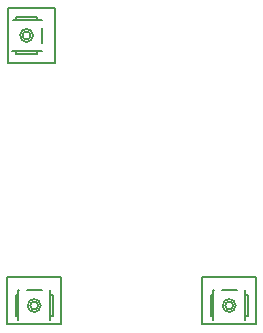
<source format=gbr>
G04 #@! TF.FileFunction,Drawing*
%FSLAX46Y46*%
G04 Gerber Fmt 4.6, Leading zero omitted, Abs format (unit mm)*
G04 Created by KiCad (PCBNEW 4.0.6) date 08/04/17 15:07:46*
%MOMM*%
%LPD*%
G01*
G04 APERTURE LIST*
%ADD10C,0.100000*%
%ADD11C,0.127000*%
G04 APERTURE END LIST*
D10*
D11*
X149835000Y-139670000D02*
X148595000Y-139670000D01*
X147915000Y-139670000D02*
X147895000Y-139670000D01*
X147895000Y-139670000D02*
X147895000Y-142140000D01*
X150555000Y-142180000D02*
X150555000Y-139670000D01*
X149567412Y-140980000D02*
G75*
G03X149567412Y-140980000I-332412J0D01*
G01*
X149776541Y-140980000D02*
G75*
G03X149776541Y-140980000I-551541J0D01*
G01*
X150605000Y-141850000D02*
X150795000Y-141850000D01*
X150795000Y-141850000D02*
X150795000Y-140070000D01*
X150795000Y-140070000D02*
X150565000Y-140070000D01*
X150565000Y-140070000D02*
X150565000Y-140060000D01*
X147665000Y-141850000D02*
X147665000Y-140070000D01*
X147655000Y-141840000D02*
X147895000Y-141840000D01*
X147895000Y-141840000D02*
X147895000Y-141850000D01*
X147655000Y-140080000D02*
X147895000Y-140080000D01*
X147895000Y-140080000D02*
X147895000Y-140070000D01*
X146925000Y-142570000D02*
X146925000Y-138570000D01*
X146925000Y-138570000D02*
X151525000Y-138570000D01*
X151525000Y-138570000D02*
X151525000Y-142570000D01*
X151525000Y-142570000D02*
X146925000Y-142570000D01*
X165125000Y-139670000D02*
X166365000Y-139670000D01*
X167045000Y-139670000D02*
X167065000Y-139670000D01*
X167065000Y-139670000D02*
X167065000Y-142140000D01*
X164405000Y-142180000D02*
X164405000Y-139670000D01*
X166057412Y-140980000D02*
G75*
G03X166057412Y-140980000I-332412J0D01*
G01*
X166286541Y-140980000D02*
G75*
G03X166286541Y-140980000I-551541J0D01*
G01*
X164355000Y-141850000D02*
X164165000Y-141850000D01*
X164165000Y-141850000D02*
X164165000Y-140070000D01*
X164165000Y-140070000D02*
X164395000Y-140070000D01*
X164395000Y-140070000D02*
X164395000Y-140060000D01*
X167295000Y-141850000D02*
X167295000Y-140070000D01*
X167305000Y-141840000D02*
X167065000Y-141840000D01*
X167065000Y-141840000D02*
X167065000Y-141850000D01*
X167305000Y-140080000D02*
X167065000Y-140080000D01*
X167065000Y-140080000D02*
X167065000Y-140070000D01*
X168035000Y-142570000D02*
X168035000Y-138570000D01*
X168035000Y-138570000D02*
X163435000Y-138570000D01*
X163435000Y-138570000D02*
X163435000Y-142570000D01*
X163435000Y-142570000D02*
X168035000Y-142570000D01*
X166345000Y-139670000D02*
X165105000Y-139670000D01*
X164425000Y-139670000D02*
X164405000Y-139670000D01*
X164405000Y-139670000D02*
X164405000Y-142140000D01*
X167065000Y-142180000D02*
X167065000Y-139670000D01*
X166077412Y-140980000D02*
G75*
G03X166077412Y-140980000I-332412J0D01*
G01*
X166286541Y-140980000D02*
G75*
G03X166286541Y-140980000I-551541J0D01*
G01*
X167115000Y-141850000D02*
X167305000Y-141850000D01*
X167305000Y-141850000D02*
X167305000Y-140070000D01*
X167305000Y-140070000D02*
X167075000Y-140070000D01*
X167075000Y-140070000D02*
X167075000Y-140060000D01*
X164175000Y-141850000D02*
X164175000Y-140070000D01*
X164165000Y-141840000D02*
X164405000Y-141840000D01*
X164405000Y-141840000D02*
X164405000Y-141850000D01*
X164165000Y-140080000D02*
X164405000Y-140080000D01*
X164405000Y-140080000D02*
X164405000Y-140070000D01*
X163435000Y-142570000D02*
X163435000Y-138570000D01*
X163435000Y-138570000D02*
X168035000Y-138570000D01*
X168035000Y-138570000D02*
X168035000Y-142570000D01*
X168035000Y-142570000D02*
X163435000Y-142570000D01*
X148615000Y-139670000D02*
X149855000Y-139670000D01*
X150535000Y-139670000D02*
X150555000Y-139670000D01*
X150555000Y-139670000D02*
X150555000Y-142140000D01*
X147895000Y-142180000D02*
X147895000Y-139670000D01*
X149547412Y-140980000D02*
G75*
G03X149547412Y-140980000I-332412J0D01*
G01*
X149776541Y-140980000D02*
G75*
G03X149776541Y-140980000I-551541J0D01*
G01*
X147845000Y-141850000D02*
X147655000Y-141850000D01*
X147655000Y-141850000D02*
X147655000Y-140070000D01*
X147655000Y-140070000D02*
X147885000Y-140070000D01*
X147885000Y-140070000D02*
X147885000Y-140060000D01*
X150785000Y-141850000D02*
X150785000Y-140070000D01*
X150795000Y-141840000D02*
X150555000Y-141840000D01*
X150555000Y-141840000D02*
X150555000Y-141850000D01*
X150795000Y-140080000D02*
X150555000Y-140080000D01*
X150555000Y-140080000D02*
X150555000Y-140070000D01*
X151525000Y-142570000D02*
X151525000Y-138570000D01*
X151525000Y-138570000D02*
X146925000Y-138570000D01*
X146925000Y-138570000D02*
X146925000Y-142570000D01*
X146925000Y-142570000D02*
X151525000Y-142570000D01*
X149890000Y-118720000D02*
X149890000Y-117480000D01*
X149890000Y-116800000D02*
X149890000Y-116780000D01*
X149890000Y-116780000D02*
X147420000Y-116780000D01*
X147380000Y-119440000D02*
X149890000Y-119440000D01*
X148912412Y-118120000D02*
G75*
G03X148912412Y-118120000I-332412J0D01*
G01*
X149131541Y-118110000D02*
G75*
G03X149131541Y-118110000I-551541J0D01*
G01*
X147710000Y-119490000D02*
X147710000Y-119680000D01*
X147710000Y-119680000D02*
X149490000Y-119680000D01*
X149490000Y-119680000D02*
X149490000Y-119450000D01*
X149490000Y-119450000D02*
X149500000Y-119450000D01*
X147710000Y-116550000D02*
X149490000Y-116550000D01*
X147720000Y-116540000D02*
X147720000Y-116780000D01*
X147720000Y-116780000D02*
X147710000Y-116780000D01*
X149480000Y-116540000D02*
X149480000Y-116780000D01*
X149480000Y-116780000D02*
X149490000Y-116780000D01*
X146990000Y-115810000D02*
X150990000Y-115810000D01*
X150990000Y-115810000D02*
X150990000Y-120410000D01*
X150990000Y-120410000D02*
X146990000Y-120410000D01*
X146990000Y-120410000D02*
X146990000Y-115810000D01*
M02*

</source>
